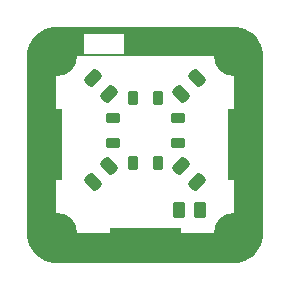
<source format=gbr>
%TF.GenerationSoftware,KiCad,Pcbnew,7.0.5+dfsg-2*%
%TF.CreationDate,2023-08-15T21:55:21+02:00*%
%TF.ProjectId,022-lumped-quadrature-coupler,3032322d-6c75-46d7-9065-642d71756164,1*%
%TF.SameCoordinates,Original*%
%TF.FileFunction,Soldermask,Top*%
%TF.FilePolarity,Negative*%
%FSLAX46Y46*%
G04 Gerber Fmt 4.6, Leading zero omitted, Abs format (unit mm)*
G04 Created by KiCad (PCBNEW 7.0.5+dfsg-2) date 2023-08-15 21:55:21*
%MOMM*%
%LPD*%
G01*
G04 APERTURE LIST*
G04 Aperture macros list*
%AMRoundRect*
0 Rectangle with rounded corners*
0 $1 Rounding radius*
0 $2 $3 $4 $5 $6 $7 $8 $9 X,Y pos of 4 corners*
0 Add a 4 corners polygon primitive as box body*
4,1,4,$2,$3,$4,$5,$6,$7,$8,$9,$2,$3,0*
0 Add four circle primitives for the rounded corners*
1,1,$1+$1,$2,$3*
1,1,$1+$1,$4,$5*
1,1,$1+$1,$6,$7*
1,1,$1+$1,$8,$9*
0 Add four rect primitives between the rounded corners*
20,1,$1+$1,$2,$3,$4,$5,0*
20,1,$1+$1,$4,$5,$6,$7,0*
20,1,$1+$1,$6,$7,$8,$9,0*
20,1,$1+$1,$8,$9,$2,$3,0*%
G04 Aperture macros list end*
%ADD10RoundRect,0.250000X0.262500X0.450000X-0.262500X0.450000X-0.262500X-0.450000X0.262500X-0.450000X0*%
%ADD11RoundRect,0.218750X0.381250X-0.218750X0.381250X0.218750X-0.381250X0.218750X-0.381250X-0.218750X0*%
%ADD12RoundRect,0.218750X-0.218750X-0.381250X0.218750X-0.381250X0.218750X0.381250X-0.218750X0.381250X0*%
%ADD13RoundRect,0.250000X0.159099X-0.512652X0.512652X-0.159099X-0.159099X0.512652X-0.512652X0.159099X0*%
%ADD14RoundRect,0.250000X-0.512652X-0.159099X-0.159099X-0.512652X0.512652X0.159099X0.159099X0.512652X0*%
%ADD15C,3.400000*%
G04 APERTURE END LIST*
%TO.C,J2*%
G36*
X150500000Y-87500000D02*
G01*
X144500000Y-87500000D01*
X144500000Y-84500000D01*
X150500000Y-84500000D01*
X150500000Y-87500000D01*
G37*
%TO.C,J3*%
G36*
X157500000Y-80500000D02*
G01*
X154500000Y-80500000D01*
X154500000Y-74500000D01*
X157500000Y-74500000D01*
X157500000Y-80500000D01*
G37*
%TO.C,J1*%
G36*
X140500000Y-80500000D02*
G01*
X137500000Y-80500000D01*
X137500000Y-74500000D01*
X140500000Y-74500000D01*
X140500000Y-80500000D01*
G37*
%TD*%
D10*
%TO.C,R1*%
X152162500Y-83000000D03*
X150337500Y-83000000D03*
%TD*%
D11*
%TO.C,L4*%
X150250000Y-77312500D03*
X150250000Y-75187500D03*
%TD*%
%TO.C,L3*%
X144750000Y-75187500D03*
X144750000Y-77312500D03*
%TD*%
D12*
%TO.C,L2*%
X146437500Y-73500000D03*
X148562500Y-73500000D03*
%TD*%
%TO.C,L1*%
X146437500Y-79000000D03*
X148562500Y-79000000D03*
%TD*%
D13*
%TO.C,C4*%
X143078249Y-80671751D03*
X144421751Y-79328249D03*
%TD*%
D14*
%TO.C,C3*%
X143078249Y-71828249D03*
X144421751Y-73171751D03*
%TD*%
D13*
%TO.C,C2*%
X150578249Y-73171751D03*
X151921751Y-71828249D03*
%TD*%
D14*
%TO.C,C1*%
X150578249Y-79328249D03*
X151921751Y-80671751D03*
%TD*%
D15*
%TO.C,H3*%
X140000000Y-70000000D03*
%TD*%
%TO.C,H1*%
X155000000Y-85000000D03*
%TD*%
%TO.C,H2*%
X155000000Y-70000000D03*
%TD*%
%TO.C,H4*%
X140000000Y-85000000D03*
%TD*%
G36*
X145783648Y-69751573D02*
G01*
X145796532Y-69774316D01*
X145797788Y-69779330D01*
X145798257Y-69781693D01*
X145799341Y-69789004D01*
X145799576Y-69791390D01*
X145799970Y-69799397D01*
X145800000Y-69800604D01*
X145800000Y-69951000D01*
X145785648Y-69985648D01*
X145751000Y-70000000D01*
X142249000Y-70000000D01*
X142214352Y-69985648D01*
X142200000Y-69951000D01*
X142200000Y-69800606D01*
X142200030Y-69799403D01*
X142200423Y-69791396D01*
X142200658Y-69789006D01*
X142201742Y-69781690D01*
X142202213Y-69779321D01*
X142203471Y-69774305D01*
X142225818Y-69744187D01*
X142262916Y-69738692D01*
X142293034Y-69761039D01*
X142300000Y-69786221D01*
X142300000Y-69800000D01*
X145700000Y-69800000D01*
X145700000Y-69786221D01*
X145714352Y-69751573D01*
X145749000Y-69737221D01*
X145783648Y-69751573D01*
G37*
G36*
X145896121Y-67520002D02*
G01*
X145942614Y-67573658D01*
X145954000Y-67626000D01*
X145954000Y-68098460D01*
X145953924Y-68101556D01*
X145952928Y-68121801D01*
X145952323Y-68127947D01*
X145950638Y-68139313D01*
X145920863Y-68203764D01*
X145860970Y-68241887D01*
X145789974Y-68241577D01*
X145730416Y-68202933D01*
X145701205Y-68138224D01*
X145700000Y-68120837D01*
X145700000Y-68100000D01*
X142300000Y-68100000D01*
X142300000Y-68120837D01*
X142279998Y-68188958D01*
X142226342Y-68235451D01*
X142156068Y-68245555D01*
X142091488Y-68216061D01*
X142053104Y-68156335D01*
X142049364Y-68139328D01*
X142047677Y-68127956D01*
X142047071Y-68121798D01*
X142046076Y-68101550D01*
X142046000Y-68098458D01*
X142046000Y-67626000D01*
X142066002Y-67557879D01*
X142119658Y-67511386D01*
X142172000Y-67500000D01*
X145828000Y-67500000D01*
X145896121Y-67520002D01*
G37*
G36*
X155002061Y-67500135D02*
G01*
X155322189Y-67521117D01*
X155330368Y-67522193D01*
X155642996Y-67584379D01*
X155650964Y-67586514D01*
X155952793Y-67688971D01*
X155960415Y-67692128D01*
X156246292Y-67833106D01*
X156253436Y-67837231D01*
X156518464Y-68014318D01*
X156525008Y-68019339D01*
X156764659Y-68229507D01*
X156770492Y-68235340D01*
X156980660Y-68474991D01*
X156985681Y-68481535D01*
X157162768Y-68746563D01*
X157166893Y-68753707D01*
X157307871Y-69039584D01*
X157311028Y-69047206D01*
X157413485Y-69349035D01*
X157415620Y-69357003D01*
X157477806Y-69669631D01*
X157478882Y-69677810D01*
X157499865Y-69997938D01*
X157500000Y-70002059D01*
X157500000Y-84997940D01*
X157499865Y-85002061D01*
X157478882Y-85322189D01*
X157477806Y-85330368D01*
X157415620Y-85642996D01*
X157413485Y-85650964D01*
X157311028Y-85952793D01*
X157307871Y-85960415D01*
X157166893Y-86246292D01*
X157162768Y-86253436D01*
X156985681Y-86518464D01*
X156980660Y-86525008D01*
X156770492Y-86764659D01*
X156764659Y-86770492D01*
X156525008Y-86980660D01*
X156518464Y-86985681D01*
X156253436Y-87162768D01*
X156246292Y-87166893D01*
X155960415Y-87307871D01*
X155952793Y-87311028D01*
X155650964Y-87413485D01*
X155642996Y-87415620D01*
X155330368Y-87477806D01*
X155322189Y-87478882D01*
X155002061Y-87499865D01*
X154997940Y-87500000D01*
X154860281Y-87500000D01*
X154792160Y-87479998D01*
X154745667Y-87426342D01*
X154734281Y-87374000D01*
X154734281Y-85126000D01*
X154754283Y-85057879D01*
X154807939Y-85011386D01*
X154860281Y-85000000D01*
X154988281Y-85000000D01*
X154988281Y-70000000D01*
X154860281Y-70000000D01*
X154792160Y-69979998D01*
X154745667Y-69926342D01*
X154734281Y-69874000D01*
X154734281Y-67626000D01*
X154754283Y-67557879D01*
X154807939Y-67511386D01*
X154860281Y-67500000D01*
X154997940Y-67500000D01*
X155002061Y-67500135D01*
G37*
G36*
X142496121Y-67520002D02*
G01*
X142542614Y-67573658D01*
X142554000Y-67626000D01*
X142554000Y-67974000D01*
X142533998Y-68042121D01*
X142480342Y-68088614D01*
X142428000Y-68100000D01*
X142300000Y-68100000D01*
X142300000Y-69812550D01*
X142318930Y-69847217D01*
X142313865Y-69918032D01*
X142271318Y-69974868D01*
X142204798Y-69999679D01*
X142195809Y-70000000D01*
X139989044Y-70000000D01*
X139989044Y-70128000D01*
X139969042Y-70196121D01*
X139915386Y-70242614D01*
X139863044Y-70254000D01*
X137626000Y-70254000D01*
X137557879Y-70233998D01*
X137511386Y-70180342D01*
X137500000Y-70128000D01*
X137500000Y-70002059D01*
X137500135Y-69997938D01*
X137521117Y-69677810D01*
X137522193Y-69669631D01*
X137584379Y-69357003D01*
X137586514Y-69349035D01*
X137688971Y-69047206D01*
X137692128Y-69039584D01*
X137833106Y-68753707D01*
X137837231Y-68746563D01*
X138014318Y-68481535D01*
X138019339Y-68474991D01*
X138229507Y-68235340D01*
X138235340Y-68229507D01*
X138474991Y-68019339D01*
X138481535Y-68014318D01*
X138746563Y-67837231D01*
X138753707Y-67833106D01*
X139039584Y-67692128D01*
X139047206Y-67688971D01*
X139349035Y-67586514D01*
X139357003Y-67584379D01*
X139669631Y-67522193D01*
X139677810Y-67521117D01*
X139997939Y-67500135D01*
X140002060Y-67500000D01*
X142428000Y-67500000D01*
X142496121Y-67520002D01*
G37*
G36*
X140185165Y-67520002D02*
G01*
X140231658Y-67573658D01*
X140243044Y-67626000D01*
X140243044Y-69874000D01*
X140223042Y-69942121D01*
X140169386Y-69988614D01*
X140117044Y-70000000D01*
X139989044Y-70000000D01*
X139989044Y-85000000D01*
X140117044Y-85000000D01*
X140185165Y-85020002D01*
X140231658Y-85073658D01*
X140243044Y-85126000D01*
X140243044Y-87374000D01*
X140223042Y-87442121D01*
X140169386Y-87488614D01*
X140117044Y-87500000D01*
X140002060Y-87500000D01*
X139997939Y-87499865D01*
X139677810Y-87478882D01*
X139669631Y-87477806D01*
X139357003Y-87415620D01*
X139349035Y-87413485D01*
X139047206Y-87311028D01*
X139039584Y-87307871D01*
X138753707Y-87166893D01*
X138746563Y-87162768D01*
X138481535Y-86985681D01*
X138474991Y-86980660D01*
X138235340Y-86770492D01*
X138229507Y-86764659D01*
X138019339Y-86525008D01*
X138014318Y-86518464D01*
X137837231Y-86253436D01*
X137833106Y-86246292D01*
X137692128Y-85960415D01*
X137688971Y-85952793D01*
X137586514Y-85650964D01*
X137584379Y-85642996D01*
X137522193Y-85330368D01*
X137521117Y-85322189D01*
X137500135Y-85002061D01*
X137500000Y-84997940D01*
X137500000Y-70002059D01*
X137500135Y-69997938D01*
X137521117Y-69677810D01*
X137522193Y-69669631D01*
X137584379Y-69357003D01*
X137586514Y-69349035D01*
X137688971Y-69047206D01*
X137692128Y-69039584D01*
X137833106Y-68753707D01*
X137837231Y-68746563D01*
X138014318Y-68481535D01*
X138019339Y-68474991D01*
X138229507Y-68235340D01*
X138235340Y-68229507D01*
X138474991Y-68019339D01*
X138481535Y-68014318D01*
X138746563Y-67837231D01*
X138753707Y-67833106D01*
X139039584Y-67692128D01*
X139047206Y-67688971D01*
X139349035Y-67586514D01*
X139357003Y-67584379D01*
X139669631Y-67522193D01*
X139677810Y-67521117D01*
X139997939Y-67500135D01*
X140002060Y-67500000D01*
X140117044Y-67500000D01*
X140185165Y-67520002D01*
G37*
G36*
X155002061Y-67500135D02*
G01*
X155322189Y-67521117D01*
X155330368Y-67522193D01*
X155642996Y-67584379D01*
X155650964Y-67586514D01*
X155952793Y-67688971D01*
X155960415Y-67692128D01*
X156246292Y-67833106D01*
X156253436Y-67837231D01*
X156518464Y-68014318D01*
X156525008Y-68019339D01*
X156764659Y-68229507D01*
X156770492Y-68235340D01*
X156980660Y-68474991D01*
X156985681Y-68481535D01*
X157162768Y-68746563D01*
X157166893Y-68753707D01*
X157307871Y-69039584D01*
X157311028Y-69047206D01*
X157413485Y-69349035D01*
X157415620Y-69357003D01*
X157477806Y-69669631D01*
X157478882Y-69677810D01*
X157499865Y-69997938D01*
X157500000Y-70002059D01*
X157500000Y-70128000D01*
X157479998Y-70196121D01*
X157426342Y-70242614D01*
X157374000Y-70254000D01*
X155114281Y-70254000D01*
X155046160Y-70233998D01*
X154999667Y-70180342D01*
X154988281Y-70128000D01*
X154988281Y-70000000D01*
X145804191Y-70000000D01*
X145736070Y-69979998D01*
X145689577Y-69926342D01*
X145679473Y-69856068D01*
X145700000Y-69811122D01*
X145700000Y-68100000D01*
X145572000Y-68100000D01*
X145503879Y-68079998D01*
X145457386Y-68026342D01*
X145446000Y-67974000D01*
X145446000Y-67626000D01*
X145466002Y-67557879D01*
X145519658Y-67511386D01*
X145572000Y-67500000D01*
X154997940Y-67500000D01*
X155002061Y-67500135D01*
G37*
G36*
X139931165Y-84766002D02*
G01*
X139977658Y-84819658D01*
X139989044Y-84872000D01*
X139989044Y-85000000D01*
X154988281Y-85000000D01*
X154988281Y-84872000D01*
X155008283Y-84803879D01*
X155061939Y-84757386D01*
X155114281Y-84746000D01*
X157374000Y-84746000D01*
X157442121Y-84766002D01*
X157488614Y-84819658D01*
X157500000Y-84872000D01*
X157500000Y-84997940D01*
X157499865Y-85002061D01*
X157478882Y-85322189D01*
X157477806Y-85330368D01*
X157415620Y-85642996D01*
X157413485Y-85650964D01*
X157311028Y-85952793D01*
X157307871Y-85960415D01*
X157166893Y-86246292D01*
X157162768Y-86253436D01*
X156985681Y-86518464D01*
X156980660Y-86525008D01*
X156770492Y-86764659D01*
X156764659Y-86770492D01*
X156525008Y-86980660D01*
X156518464Y-86985681D01*
X156253436Y-87162768D01*
X156246292Y-87166893D01*
X155960415Y-87307871D01*
X155952793Y-87311028D01*
X155650964Y-87413485D01*
X155642996Y-87415620D01*
X155330368Y-87477806D01*
X155322189Y-87478882D01*
X155002061Y-87499865D01*
X154997940Y-87500000D01*
X140002060Y-87500000D01*
X139997939Y-87499865D01*
X139677810Y-87478882D01*
X139669631Y-87477806D01*
X139357003Y-87415620D01*
X139349035Y-87413485D01*
X139047206Y-87311028D01*
X139039584Y-87307871D01*
X138753707Y-87166893D01*
X138746563Y-87162768D01*
X138481535Y-86985681D01*
X138474991Y-86980660D01*
X138235340Y-86770492D01*
X138229507Y-86764659D01*
X138019339Y-86525008D01*
X138014318Y-86518464D01*
X137837231Y-86253436D01*
X137833106Y-86246292D01*
X137692128Y-85960415D01*
X137688971Y-85952793D01*
X137586514Y-85650964D01*
X137584379Y-85642996D01*
X137522193Y-85330368D01*
X137521117Y-85322189D01*
X137500135Y-85002061D01*
X137500000Y-84997940D01*
X137500000Y-84872000D01*
X137520002Y-84803879D01*
X137573658Y-84757386D01*
X137626000Y-84746000D01*
X139863044Y-84746000D01*
X139931165Y-84766002D01*
G37*
M02*

</source>
